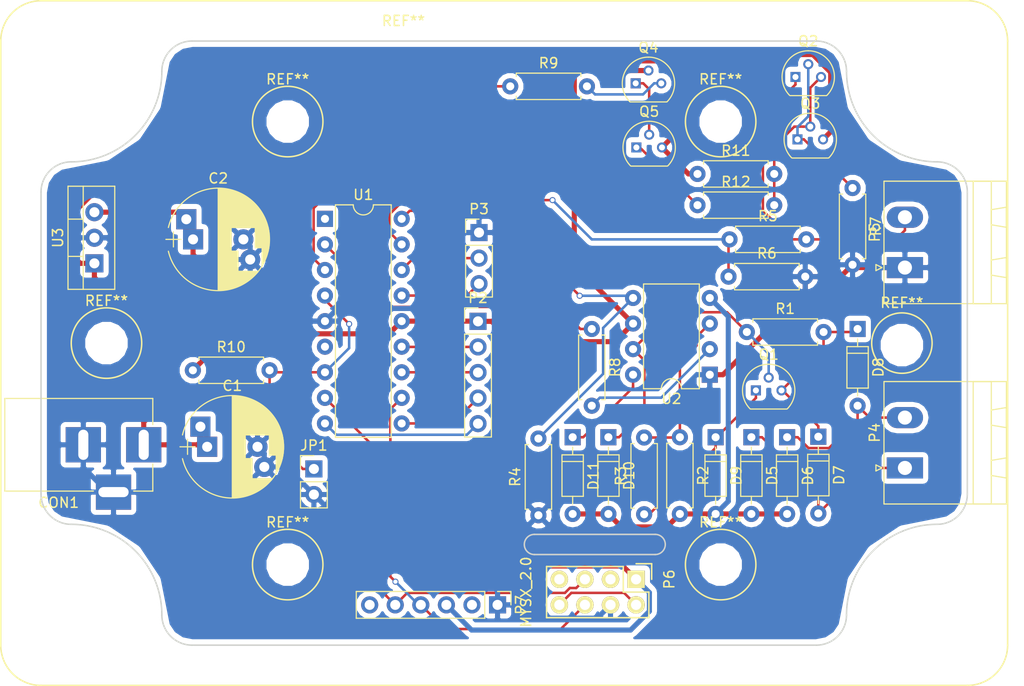
<source format=kicad_pcb>
(kicad_pcb (version 4) (host pcbnew 4.0.5)
  (layers (0 F.Cu signal) (31 B.Cu signal) (34 B.Paste user) (35 F.Paste user) (36 B.SilkS user) (37 F.SilkS user) (38 B.Mask user) (39 F.Mask user) (44 Edge.Cuts user))
  (net 0 "")
  (net 1 GND)
  (net 2 +24V)
  (net 3 "Net-(D5-Pad1)")
  (net 4 GNDA)
  (net 5 "Net-(D6-Pad1)")
  (net 6 "Net-(D7-Pad1)")
  (net 7 "Net-(D9-Pad1)")
  (net 8 "Net-(D10-Pad1)")
  (net 9 "Net-(D11-Pad1)")
  (net 10 "Net-(JP1-Pad1)")
  (net 11 VCC)
  (net 12 "Net-(P2-Pad2)")
  (net 13 "Net-(P2-Pad3)")
  (net 14 "Net-(P2-Pad4)")
  (net 15 "Net-(P2-Pad5)")
  (net 16 "Net-(P3-Pad2)")
  (net 17 "Net-(P3-Pad3)")
  (net 18 "Net-(P6-Pad2)")
  (net 19 "Net-(P6-Pad3)")
  (net 20 RX)
  (net 21 TX)
  (net 22 "Net-(P6-Pad7)")
  (net 23 "Net-(P7-Pad2)")
  (net 24 "Net-(P7-Pad6)")
  (net 25 "Net-(Q2-Pad2)")
  (net 26 "Net-(Q2-Pad3)")
  (net 27 "Net-(P5-Pad2)")
  (net 28 "Net-(Q4-Pad3)")
  (net 29 "Net-(Q4-Pad1)")
  (net 30 "Net-(Q5-Pad1)")
  (net 31 "Net-(R2-Pad1)")
  (net 32 Boiler_ttl_in)
  (net 33 Therm_ttl_in)
  (net 34 Boiler_ttl_out)
  (net 35 "Net-(R8-Pad2)")
  (net 36 Therm_ttl_out)
  (net 37 "Net-(U1-Pad1)")
  (net 38 "Net-(U1-Pad6)")
  (module Mounting_Holes:MountingHole_3.2mm_M3 (layer F.Cu) (at 125.5 80.2)
    (fp_text reference REF** (at 0 -4.2) (layer F.SilkS))
    (fp_text value MountingHole_3.2mm_M3)
    (pad 1 np_thru_hole circle (at 0 0) (size 3.2 3.2) (drill 3.2) (layers *.Cu *.Mask))
  )
  (module Mounting_Holes:MountingHole_3.2mm_M3 (layer F.Cu) (at 107.5 102)
    (fp_text reference REF** (at 0 -4.2) (layer F.SilkS))
    (fp_text value MountingHole_3.2mm_M3)
    (pad 1 np_thru_hole circle (at 0 0) (size 3.2 3.2) (drill 3.2) (layers *.Cu *.Mask))
  )
  (module Mounting_Holes:MountingHole_3.2mm_M3 (layer F.Cu) (at 107.5 58)
    (fp_text reference REF** (at 0 -4.2) (layer F.SilkS))
    (fp_text value MountingHole_3.2mm_M3)
    (pad 1 np_thru_hole circle (at 0 0) (size 3.2 3.2) (drill 3.2) (layers *.Cu *.Mask))
  )
  (module Mounting_Holes:MountingHole_3.2mm_M3 (layer F.Cu) (at 64.5 102)
    (fp_text reference REF** (at 0 -4.2) (layer F.SilkS))
    (fp_text value MountingHole_3.2mm_M3)
    (pad 1 np_thru_hole circle (at 0 0) (size 3.2 3.2) (drill 3.2) (layers *.Cu *.Mask))
  )
  (module Mounting_Holes:MountingHole_3.2mm_M3 (layer F.Cu) (at 64.5 58)
    (fp_text reference REF** (at 0 -4.2) (layer F.SilkS))
    (fp_text value MountingHole_3.2mm_M3)
    (pad 1 np_thru_hole circle (at 0 0) (size 3.2 3.2) (drill 3.2) (layers *.Cu *.Mask))
  )
  (module Diodes_THT:D_DO-35_SOD27_P7.62mm_Horizontal (layer F.Cu) (at 110.55 89.35 270)
    (fp_text reference D5 (at 3.81 -2.06 270) (layer F.SilkS))
    (fp_text value 1N4148)
    (pad 1 thru_hole rect (at 0 0 270) (size 1.6 1.6) (drill 0.8) (layers *.Cu *.Mask) (net 3 "Net-(D5-Pad1)"))
    (pad 2 thru_hole oval (at 7.62 0 270) (size 1.6 1.6) (drill 0.8) (layers *.Cu *.Mask) (net 4 GNDA))
  )
  (module Diodes_THT:D_DO-35_SOD27_P7.62mm_Horizontal (layer F.Cu) (at 114.1 89.35 270)
    (fp_text reference D6 (at 3.81 -2.06 270) (layer F.SilkS))
    (fp_text value 1N4148)
    (pad 1 thru_hole rect (at 0 0 270) (size 1.6 1.6) (drill 0.8) (layers *.Cu *.Mask) (net 5 "Net-(D6-Pad1)"))
    (pad 2 thru_hole oval (at 7.62 0 270) (size 1.6 1.6) (drill 0.8) (layers *.Cu *.Mask) (net 4 GNDA))
  )
  (module Diodes_THT:D_DO-35_SOD27_P7.62mm_Horizontal (layer F.Cu) (at 117.2 89.3 270)
    (fp_text reference D7 (at 3.81 -2.06 270) (layer F.SilkS))
    (fp_text value 1N4148)
    (pad 1 thru_hole rect (at 0 0 270) (size 1.6 1.6) (drill 0.8) (layers *.Cu *.Mask) (net 6 "Net-(D7-Pad1)"))
    (pad 2 thru_hole oval (at 7.62 0 270) (size 1.6 1.6) (drill 0.8) (layers *.Cu *.Mask) (net 3 "Net-(D5-Pad1)"))
  )
  (module Diodes_THT:D_DO-35_SOD27_P7.62mm_Horizontal (layer F.Cu) (at 121.1 78.6 270)
    (fp_text reference D8 (at 3.81 -2.06 270) (layer F.SilkS))
    (fp_text value 1N4148)
    (pad 1 thru_hole rect (at 0 0 270) (size 1.6 1.6) (drill 0.8) (layers *.Cu *.Mask) (net 6 "Net-(D7-Pad1)"))
    (pad 2 thru_hole oval (at 7.62 0 270) (size 1.6 1.6) (drill 0.8) (layers *.Cu *.Mask) (net 5 "Net-(D6-Pad1)"))
  )
  (module Diodes_THT:D_DO-35_SOD27_P7.62mm_Horizontal (layer F.Cu) (at 107 89.35 270)
    (fp_text reference D9 (at 3.81 -2.06 270) (layer F.SilkS))
    (fp_text value 4V7)
    (pad 1 thru_hole rect (at 0 0 270) (size 1.6 1.6) (drill 0.8) (layers *.Cu *.Mask) (net 7 "Net-(D9-Pad1)"))
    (pad 2 thru_hole oval (at 7.62 0 270) (size 1.6 1.6) (drill 0.8) (layers *.Cu *.Mask) (net 4 GNDA))
  )
  (module Diodes_THT:D_DO-35_SOD27_P7.62mm_Horizontal (layer F.Cu) (at 96.35 89.35 270)
    (fp_text reference D10 (at 3.81 -2.06 270) (layer F.SilkS))
    (fp_text value 15V)
    (pad 1 thru_hole rect (at 0 0 270) (size 1.6 1.6) (drill 0.8) (layers *.Cu *.Mask) (net 8 "Net-(D10-Pad1)"))
    (pad 2 thru_hole oval (at 7.62 0 270) (size 1.6 1.6) (drill 0.8) (layers *.Cu *.Mask) (net 4 GNDA))
  )
  (module Diodes_THT:D_DO-35_SOD27_P7.62mm_Horizontal (layer F.Cu) (at 92.8 89.35 270)
    (fp_text reference D11 (at 3.81 -2.06 270) (layer F.SilkS))
    (fp_text value 4V3)
    (pad 1 thru_hole rect (at 0 0 270) (size 1.6 1.6) (drill 0.8) (layers *.Cu *.Mask) (net 9 "Net-(D11-Pad1)"))
    (pad 2 thru_hole oval (at 7.62 0 270) (size 1.6 1.6) (drill 0.8) (layers *.Cu *.Mask) (net 4 GNDA))
  )
  (module Pin_Headers:Pin_Header_Straight_1x05_Pitch2.54mm (layer F.Cu) (at 83.4 77.84)
    (fp_text reference P2 (at 0 -2.33) (layer F.SilkS))
    (fp_text value CONN_01X05)
    (pad 1 thru_hole rect (at 0 0) (size 1.7 1.7) (drill 1) (layers *.Cu *.Mask) (net 11 VCC))
    (pad 2 thru_hole oval (at 0 2.54) (size 1.7 1.7) (drill 1) (layers *.Cu *.Mask) (net 12 "Net-(P2-Pad2)"))
    (pad 3 thru_hole oval (at 0 5.08) (size 1.7 1.7) (drill 1) (layers *.Cu *.Mask) (net 13 "Net-(P2-Pad3)"))
    (pad 4 thru_hole oval (at 0 7.62) (size 1.7 1.7) (drill 1) (layers *.Cu *.Mask) (net 14 "Net-(P2-Pad4)"))
    (pad 5 thru_hole oval (at 0 10.16) (size 1.7 1.7) (drill 1) (layers *.Cu *.Mask) (net 15 "Net-(P2-Pad5)"))
  )
  (module Pin_Headers:Pin_Header_Straight_1x03_Pitch2.54mm (layer F.Cu) (at 83.5 69.02)
    (fp_text reference P3 (at 0 -2.33) (layer F.SilkS))
    (fp_text value CONN_01X03)
    (pad 1 thru_hole rect (at 0 0) (size 1.7 1.7) (drill 1) (layers *.Cu *.Mask) (net 1 GND))
    (pad 2 thru_hole oval (at 0 2.54) (size 1.7 1.7) (drill 1) (layers *.Cu *.Mask) (net 16 "Net-(P3-Pad2)"))
    (pad 3 thru_hole oval (at 0 5.08) (size 1.7 1.7) (drill 1) (layers *.Cu *.Mask) (net 17 "Net-(P3-Pad3)"))
  )
  (module mysensors_connectors:MYSX_2.0 (layer F.Cu) (at 99.1 103.46 270)
    (fp_text reference P6 (at 0 -3.302 270) (layer F.SilkS))
    (fp_text value MYSX_2.0 (at 1.27 10.922 270) (layer F.SilkS))
    (pad 1 thru_hole rect (at 0 0 270) (size 1.7272 1.7272) (drill 1.016) (layers *.Cu *.Mask F.SilkS) (net 11 VCC))
    (pad 2 thru_hole oval (at 2.54 0 270) (size 1.7272 1.7272) (drill 1.016) (layers *.Cu *.Mask F.SilkS) (net 18 "Net-(P6-Pad2)"))
    (pad 3 thru_hole oval (at 0 2.54 270) (size 1.7272 1.7272) (drill 1.016) (layers *.Cu *.Mask F.SilkS) (net 19 "Net-(P6-Pad3)"))
    (pad 4 thru_hole oval (at 2.54 2.54 270) (size 1.7272 1.7272) (drill 1.016) (layers *.Cu *.Mask F.SilkS) (net 1 GND))
    (pad 5 thru_hole oval (at 0 5.08 270) (size 1.7272 1.7272) (drill 1.016) (layers *.Cu *.Mask F.SilkS) (net 20 RX))
    (pad 6 thru_hole oval (at 2.54 5.08 270) (size 1.7272 1.7272) (drill 1.016) (layers *.Cu *.Mask F.SilkS) (net 21 TX))
    (pad 7 thru_hole oval (at 0 7.62 270) (size 1.7272 1.7272) (drill 1.016) (layers *.Cu *.Mask F.SilkS) (net 22 "Net-(P6-Pad7)"))
    (pad 8 thru_hole oval (at 2.54 7.62 270) (size 1.7272 1.7272) (drill 1.016) (layers *.Cu *.Mask F.SilkS) (net 18 "Net-(P6-Pad2)"))
  )
  (module Pin_Headers:Pin_Header_Straight_1x06_Pitch2.54mm (layer F.Cu) (at 85.34 106 270)
    (fp_text reference P7 (at 0 -2.33 270) (layer F.SilkS))
    (fp_text value CONN_01X06)
    (pad 1 thru_hole rect (at 0 0 270) (size 1.7 1.7) (drill 1) (layers *.Cu *.Mask) (net 1 GND))
    (pad 2 thru_hole oval (at 0 2.54 270) (size 1.7 1.7) (drill 1) (layers *.Cu *.Mask) (net 23 "Net-(P7-Pad2)"))
    (pad 3 thru_hole oval (at 0 5.08 270) (size 1.7 1.7) (drill 1) (layers *.Cu *.Mask) (net 11 VCC))
    (pad 4 thru_hole oval (at 0 7.62 270) (size 1.7 1.7) (drill 1) (layers *.Cu *.Mask) (net 21 TX))
    (pad 5 thru_hole oval (at 0 10.16 270) (size 1.7 1.7) (drill 1) (layers *.Cu *.Mask) (net 20 RX))
    (pad 6 thru_hole oval (at 0 12.7 270) (size 1.7 1.7) (drill 1) (layers *.Cu *.Mask) (net 24 "Net-(P7-Pad6)"))
  )
  (module TO_SOT_Packages_THT:TO-92_Molded_Narrow (layer F.Cu) (at 111 84.7)
    (fp_text reference Q1 (at 1.27 -3.56) (layer F.SilkS))
    (fp_text value BC558)
    (pad 2 thru_hole circle (at 1.27 -1.27 90) (size 1 1) (drill 0.6) (layers *.Cu *.Mask) (net 8 "Net-(D10-Pad1)"))
    (pad 3 thru_hole circle (at 2.54 0 90) (size 1 1) (drill 0.6) (layers *.Cu *.Mask) (net 6 "Net-(D7-Pad1)"))
    (pad 1 thru_hole rect (at 0 0 90) (size 1 1) (drill 0.6) (layers *.Cu *.Mask) (net 7 "Net-(D9-Pad1)"))
  )
  (module TO_SOT_Packages_THT:TO-92_Molded_Narrow (layer F.Cu) (at 114.93 53.57)
    (fp_text reference Q2 (at 1.27 -3.56) (layer F.SilkS))
    (fp_text value BC558)
    (pad 2 thru_hole circle (at 1.27 -1.27 90) (size 1 1) (drill 0.6) (layers *.Cu *.Mask) (net 25 "Net-(Q2-Pad2)"))
    (pad 3 thru_hole circle (at 2.54 0 90) (size 1 1) (drill 0.6) (layers *.Cu *.Mask) (net 26 "Net-(Q2-Pad3)"))
    (pad 1 thru_hole rect (at 0 0 90) (size 1 1) (drill 0.6) (layers *.Cu *.Mask) (net 27 "Net-(P5-Pad2)"))
  )
  (module TO_SOT_Packages_THT:TO-92_Molded_Narrow (layer F.Cu) (at 115.13 59.77)
    (fp_text reference Q3 (at 1.27 -3.56) (layer F.SilkS))
    (fp_text value BC558)
    (pad 2 thru_hole circle (at 1.27 -1.27 90) (size 1 1) (drill 0.6) (layers *.Cu *.Mask) (net 26 "Net-(Q2-Pad3)"))
    (pad 3 thru_hole circle (at 2.54 0 90) (size 1 1) (drill 0.6) (layers *.Cu *.Mask) (net 2 +24V))
    (pad 1 thru_hole rect (at 0 0 90) (size 1 1) (drill 0.6) (layers *.Cu *.Mask) (net 25 "Net-(Q2-Pad2)"))
  )
  (module TO_SOT_Packages_THT:TO-92_Molded_Narrow (layer F.Cu) (at 99.06 54.2)
    (fp_text reference Q4 (at 1.27 -3.56) (layer F.SilkS))
    (fp_text value BC547)
    (pad 2 thru_hole circle (at 1.27 -1.27 90) (size 1 1) (drill 0.6) (layers *.Cu *.Mask) (net 11 VCC))
    (pad 3 thru_hole circle (at 2.54 0 90) (size 1 1) (drill 0.6) (layers *.Cu *.Mask) (net 28 "Net-(Q4-Pad3)"))
    (pad 1 thru_hole rect (at 0 0 90) (size 1 1) (drill 0.6) (layers *.Cu *.Mask) (net 29 "Net-(Q4-Pad1)"))
  )
  (module TO_SOT_Packages_THT:TO-92_Molded_Narrow (layer F.Cu) (at 99.13 60.57)
    (fp_text reference Q5 (at 1.27 -3.56) (layer F.SilkS))
    (fp_text value BC558)
    (pad 2 thru_hole circle (at 1.27 -1.27 90) (size 1 1) (drill 0.6) (layers *.Cu *.Mask) (net 29 "Net-(Q4-Pad1)"))
    (pad 3 thru_hole circle (at 2.54 0 90) (size 1 1) (drill 0.6) (layers *.Cu *.Mask) (net 2 +24V))
    (pad 1 thru_hole rect (at 0 0 90) (size 1 1) (drill 0.6) (layers *.Cu *.Mask) (net 30 "Net-(Q5-Pad1)"))
  )
  (module Resistors_THT:R_Axial_DIN0207_L6.3mm_D2.5mm_P7.62mm_Horizontal (layer F.Cu) (at 110.1 78.9)
    (fp_text reference R1 (at 3.81 -2.31) (layer F.SilkS))
    (fp_text value 330)
    (pad 1 thru_hole circle (at 0 0) (size 1.6 1.6) (drill 0.8) (layers *.Cu *.Mask) (net 8 "Net-(D10-Pad1)"))
    (pad 2 thru_hole oval (at 7.62 0) (size 1.6 1.6) (drill 0.8) (layers *.Cu *.Mask) (net 6 "Net-(D7-Pad1)"))
  )
  (module Resistors_THT:R_Axial_DIN0207_L6.3mm_D2.5mm_P7.62mm_Horizontal (layer F.Cu) (at 103.45 89.35 270)
    (fp_text reference R2 (at 3.81 -2.31 270) (layer F.SilkS))
    (fp_text value 100)
    (pad 1 thru_hole circle (at 0 0 270) (size 1.6 1.6) (drill 0.8) (layers *.Cu *.Mask) (net 31 "Net-(R2-Pad1)"))
    (pad 2 thru_hole oval (at 7.62 0 270) (size 1.6 1.6) (drill 0.8) (layers *.Cu *.Mask) (net 4 GNDA))
  )
  (module Resistors_THT:R_Axial_DIN0207_L6.3mm_D2.5mm_P7.62mm_Horizontal (layer F.Cu) (at 99.9 97 90)
    (fp_text reference R3 (at 3.81 -2.31 90) (layer F.SilkS))
    (fp_text value 220)
    (pad 1 thru_hole circle (at 0 0 90) (size 1.6 1.6) (drill 0.8) (layers *.Cu *.Mask) (net 7 "Net-(D9-Pad1)"))
    (pad 2 thru_hole oval (at 7.62 0 90) (size 1.6 1.6) (drill 0.8) (layers *.Cu *.Mask) (net 31 "Net-(R2-Pad1)"))
  )
  (module Resistors_THT:R_Axial_DIN0207_L6.3mm_D2.5mm_P7.62mm_Horizontal (layer F.Cu) (at 89.4 97.1 90)
    (fp_text reference R4 (at 3.81 -2.31 90) (layer F.SilkS))
    (fp_text value 330)
    (pad 1 thru_hole circle (at 0 0 90) (size 1.6 1.6) (drill 0.8) (layers *.Cu *.Mask) (net 1 GND))
    (pad 2 thru_hole oval (at 7.62 0 90) (size 1.6 1.6) (drill 0.8) (layers *.Cu *.Mask) (net 32 Boiler_ttl_in))
  )
  (module Resistors_THT:R_Axial_DIN0207_L6.3mm_D2.5mm_P7.62mm_Horizontal (layer F.Cu) (at 108.38 69.7)
    (fp_text reference R5 (at 3.81 -2.31) (layer F.SilkS))
    (fp_text value 33k)
    (pad 1 thru_hole circle (at 0 0) (size 1.6 1.6) (drill 0.8) (layers *.Cu *.Mask) (net 33 Therm_ttl_in))
    (pad 2 thru_hole oval (at 7.62 0) (size 1.6 1.6) (drill 0.8) (layers *.Cu *.Mask) (net 27 "Net-(P5-Pad2)"))
  )
  (module Resistors_THT:R_Axial_DIN0207_L6.3mm_D2.5mm_P7.62mm_Horizontal (layer F.Cu) (at 108.28 73.4)
    (fp_text reference R6 (at 3.81 -2.31) (layer F.SilkS))
    (fp_text value 4k7)
    (pad 1 thru_hole circle (at 0 0) (size 1.6 1.6) (drill 0.8) (layers *.Cu *.Mask) (net 33 Therm_ttl_in))
    (pad 2 thru_hole oval (at 7.62 0) (size 1.6 1.6) (drill 0.8) (layers *.Cu *.Mask) (net 1 GND))
  )
  (module Resistors_THT:R_Axial_DIN0207_L6.3mm_D2.5mm_P7.62mm_Horizontal (layer F.Cu) (at 120.6 64.6 270)
    (fp_text reference R7 (at 3.81 -2.31 270) (layer F.SilkS))
    (fp_text value 33k)
    (pad 1 thru_hole circle (at 0 0 270) (size 1.6 1.6) (drill 0.8) (layers *.Cu *.Mask) (net 25 "Net-(Q2-Pad2)"))
    (pad 2 thru_hole oval (at 7.62 0 270) (size 1.6 1.6) (drill 0.8) (layers *.Cu *.Mask) (net 1 GND))
  )
  (module Resistors_THT:R_Axial_DIN0207_L6.3mm_D2.5mm_P7.62mm_Horizontal (layer F.Cu) (at 94.7 78.6 270)
    (fp_text reference R8 (at 3.81 -2.31 270) (layer F.SilkS))
    (fp_text value 1k5)
    (pad 1 thru_hole circle (at 0 0 270) (size 1.6 1.6) (drill 0.8) (layers *.Cu *.Mask) (net 34 Boiler_ttl_out))
    (pad 2 thru_hole oval (at 7.62 0 270) (size 1.6 1.6) (drill 0.8) (layers *.Cu *.Mask) (net 35 "Net-(R8-Pad2)"))
  )
  (module Resistors_THT:R_Axial_DIN0207_L6.3mm_D2.5mm_P7.62mm_Horizontal (layer F.Cu) (at 86.6 54.5)
    (fp_text reference R9 (at 3.81 -2.31) (layer F.SilkS))
    (fp_text value 4k7)
    (pad 1 thru_hole circle (at 0 0) (size 1.6 1.6) (drill 0.8) (layers *.Cu *.Mask) (net 36 Therm_ttl_out))
    (pad 2 thru_hole oval (at 7.62 0) (size 1.6 1.6) (drill 0.8) (layers *.Cu *.Mask) (net 28 "Net-(Q4-Pad3)"))
  )
  (module Resistors_THT:R_Axial_DIN0207_L6.3mm_D2.5mm_P7.62mm_Horizontal (layer F.Cu) (at 55.08 82.7)
    (fp_text reference R10 (at 3.81 -2.31) (layer F.SilkS))
    (fp_text value 15k)
    (pad 1 thru_hole circle (at 0 0) (size 1.6 1.6) (drill 0.8) (layers *.Cu *.Mask) (net 11 VCC))
    (pad 2 thru_hole oval (at 7.62 0) (size 1.6 1.6) (drill 0.8) (layers *.Cu *.Mask) (net 10 "Net-(JP1-Pad1)"))
  )
  (module Resistors_THT:R_Axial_DIN0207_L6.3mm_D2.5mm_P7.62mm_Horizontal (layer F.Cu) (at 105.2 63.2)
    (fp_text reference R11 (at 3.81 -2.31) (layer F.SilkS))
    (fp_text value 100)
    (pad 1 thru_hole circle (at 0 0) (size 1.6 1.6) (drill 0.8) (layers *.Cu *.Mask) (net 2 +24V))
    (pad 2 thru_hole oval (at 7.62 0) (size 1.6 1.6) (drill 0.8) (layers *.Cu *.Mask) (net 26 "Net-(Q2-Pad3)"))
  )
  (module Resistors_THT:R_Axial_DIN0207_L6.3mm_D2.5mm_P7.62mm_Horizontal (layer F.Cu) (at 105.2 66.3)
    (fp_text reference R12 (at 3.81 -2.31) (layer F.SilkS))
    (fp_text value 39)
    (pad 1 thru_hole circle (at 0 0) (size 1.6 1.6) (drill 0.8) (layers *.Cu *.Mask) (net 30 "Net-(Q5-Pad1)"))
    (pad 2 thru_hole oval (at 7.62 0) (size 1.6 1.6) (drill 0.8) (layers *.Cu *.Mask) (net 26 "Net-(Q2-Pad3)"))
  )
  (module Housings_DIP:DIP-18_W7.62mm (layer F.Cu) (at 68.2 67.66)
    (fp_text reference U1 (at 3.81 -2.39) (layer F.SilkS))
    (fp_text value "PIC16(L)F88-I/P")
    (pad 1 thru_hole rect (at 0 0) (size 1.6 1.6) (drill 0.8) (layers *.Cu *.Mask) (net 37 "Net-(U1-Pad1)"))
    (pad 10 thru_hole oval (at 7.62 20.32) (size 1.6 1.6) (drill 0.8) (layers *.Cu *.Mask) (net 14 "Net-(P2-Pad4)"))
    (pad 2 thru_hole oval (at 0 2.54) (size 1.6 1.6) (drill 0.8) (layers *.Cu *.Mask) (net 34 Boiler_ttl_out))
    (pad 11 thru_hole oval (at 7.62 17.78) (size 1.6 1.6) (drill 0.8) (layers *.Cu *.Mask) (net 21 TX))
    (pad 3 thru_hole oval (at 0 5.08) (size 1.6 1.6) (drill 0.8) (layers *.Cu *.Mask) (net 36 Therm_ttl_out))
    (pad 12 thru_hole oval (at 7.62 15.24) (size 1.6 1.6) (drill 0.8) (layers *.Cu *.Mask) (net 13 "Net-(P2-Pad3)"))
    (pad 4 thru_hole oval (at 0 7.62) (size 1.6 1.6) (drill 0.8) (layers *.Cu *.Mask) (net 10 "Net-(JP1-Pad1)"))
    (pad 13 thru_hole oval (at 7.62 12.7) (size 1.6 1.6) (drill 0.8) (layers *.Cu *.Mask) (net 12 "Net-(P2-Pad2)"))
    (pad 5 thru_hole oval (at 0 10.16) (size 1.6 1.6) (drill 0.8) (layers *.Cu *.Mask) (net 1 GND))
    (pad 14 thru_hole oval (at 7.62 10.16) (size 1.6 1.6) (drill 0.8) (layers *.Cu *.Mask) (net 11 VCC))
    (pad 6 thru_hole oval (at 0 12.7) (size 1.6 1.6) (drill 0.8) (layers *.Cu *.Mask) (net 38 "Net-(U1-Pad6)"))
    (pad 15 thru_hole oval (at 7.62 7.62) (size 1.6 1.6) (drill 0.8) (layers *.Cu *.Mask) (net 17 "Net-(P3-Pad3)"))
    (pad 7 thru_hole oval (at 0 15.24) (size 1.6 1.6) (drill 0.8) (layers *.Cu *.Mask) (net 10 "Net-(JP1-Pad1)"))
    (pad 16 thru_hole oval (at 7.62 5.08) (size 1.6 1.6) (drill 0.8) (layers *.Cu *.Mask) (net 16 "Net-(P3-Pad2)"))
    (pad 8 thru_hole oval (at 0 17.78) (size 1.6 1.6) (drill 0.8) (layers *.Cu *.Mask) (net 20 RX))
    (pad 17 thru_hole oval (at 7.62 2.54) (size 1.6 1.6) (drill 0.8) (layers *.Cu *.Mask) (net 33 Therm_ttl_in))
    (pad 9 thru_hole oval (at 0 20.32) (size 1.6 1.6) (drill 0.8) (layers *.Cu *.Mask) (net 15 "Net-(P2-Pad5)"))
    (pad 18 thru_hole oval (at 7.62 0) (size 1.6 1.6) (drill 0.8) (layers *.Cu *.Mask) (net 32 Boiler_ttl_in))
  )
  (module Housings_DIP:DIP-8_W7.62mm (layer F.Cu) (at 106.42 83.14 180)
    (fp_text reference U2 (at 3.81 -2.39 180) (layer F.SilkS))
    (fp_text value PC827)
    (pad 1 thru_hole rect (at 0 0 180) (size 1.6 1.6) (drill 0.8) (layers *.Cu *.Mask) (net 1 GND))
    (pad 5 thru_hole oval (at 7.62 7.62 180) (size 1.6 1.6) (drill 0.8) (layers *.Cu *.Mask) (net 32 Boiler_ttl_in))
    (pad 2 thru_hole oval (at 0 2.54 180) (size 1.6 1.6) (drill 0.8) (layers *.Cu *.Mask) (net 35 "Net-(R8-Pad2)"))
    (pad 6 thru_hole oval (at 7.62 5.08 180) (size 1.6 1.6) (drill 0.8) (layers *.Cu *.Mask) (net 11 VCC))
    (pad 3 thru_hole oval (at 0 5.08 180) (size 1.6 1.6) (drill 0.8) (layers *.Cu *.Mask) (net 31 "Net-(R2-Pad1)"))
    (pad 7 thru_hole oval (at 7.62 2.54 180) (size 1.6 1.6) (drill 0.8) (layers *.Cu *.Mask) (net 8 "Net-(D10-Pad1)"))
    (pad 4 thru_hole oval (at 0 7.62 180) (size 1.6 1.6) (drill 0.8) (layers *.Cu *.Mask) (net 4 GNDA))
    (pad 8 thru_hole oval (at 7.62 0 180) (size 1.6 1.6) (drill 0.8) (layers *.Cu *.Mask) (net 9 "Net-(D11-Pad1)"))
  )
  (module TO_SOT_Packages_THT:TO-220_Vertical (layer F.Cu) (at 45.3 72.08 90)
    (fp_text reference U3 (at 2.54 -3.62 90) (layer F.SilkS))
    (fp_text value 7805)
    (pad 1 thru_hole rect (at 0 0 90) (size 1.8 1.8) (drill 1) (layers *.Cu *.Mask) (net 2 +24V))
    (pad 2 thru_hole oval (at 2.54 0 90) (size 1.8 1.8) (drill 1) (layers *.Cu *.Mask) (net 1 GND))
    (pad 3 thru_hole oval (at 5.08 0 90) (size 1.8 1.8) (drill 1) (layers *.Cu *.Mask) (net 11 VCC))
  )
  (module Capacitors_THT:CP_Radial_D10.0mm_P5.00mm_P7.50mm (layer F.Cu) (at 56.5 90.3)
    (fp_text reference C1 (at 2.5 -6.06) (layer F.SilkS))
    (fp_text value 220u)
    (pad 1 thru_hole rect (at 0 0) (size 2 2) (drill 1) (layers *.Cu *.Mask) (net 2 +24V))
    (pad 2 thru_hole circle (at 5 0) (size 2 2) (drill 1) (layers *.Cu *.Mask) (net 1 GND))
    (pad 1 thru_hole rect (at -0.672144 -2) (size 2 2) (drill 1) (layers *.Cu *.Mask) (net 2 +24V))
    (pad 2 thru_hole circle (at 5.672144 2) (size 2 2) (drill 1) (layers *.Cu *.Mask) (net 1 GND))
  )
  (module Capacitors_THT:CP_Radial_D10.0mm_P5.00mm_P7.50mm (layer F.Cu) (at 55.1 69.7)
    (fp_text reference C2 (at 2.5 -6.06) (layer F.SilkS))
    (fp_text value 100u)
    (pad 1 thru_hole rect (at 0 0) (size 2 2) (drill 1) (layers *.Cu *.Mask) (net 11 VCC))
    (pad 2 thru_hole circle (at 5 0) (size 2 2) (drill 1) (layers *.Cu *.Mask) (net 1 GND))
    (pad 1 thru_hole rect (at -0.672144 -2) (size 2 2) (drill 1) (layers *.Cu *.Mask) (net 11 VCC))
    (pad 2 thru_hole circle (at 5.672144 2) (size 2 2) (drill 1) (layers *.Cu *.Mask) (net 1 GND))
  )
  (module Connectors:BARREL_JACK (layer F.Cu) (at 50.2 90.1)
    (fp_text reference CON1 (at -8.45 5.75 180) (layer F.SilkS))
    (fp_text value BARREL_JACK)
    (pad 1 thru_hole rect (at 0 0) (size 3.5 3.5) (drill oval 1 3) (layers *.Cu *.Mask) (net 2 +24V))
    (pad 2 thru_hole rect (at -6 0) (size 3.5 3.5) (drill oval 1 3) (layers *.Cu *.Mask) (net 1 GND))
    (pad 3 thru_hole rect (at -3 4.7) (size 3.5 3.5) (drill oval 3 1) (layers *.Cu *.Mask) (net 1 GND))
  )
  (module Connectors_Phoenix:PhoenixContact_MSTBA-G_02x5.00mm_Angled (layer F.Cu) (at 125.8 92.4 90)
    (fp_text reference P4 (at 3.5 -3 90) (layer F.SilkS))
    (fp_text value CONN_01X02)
    (pad 1 thru_hole rect (at 0 0 90) (size 2.1 3.6) (drill 1.4) (layers *.Cu *.Mask) (net 3 "Net-(D5-Pad1)"))
    (pad 2 thru_hole oval (at 5 0 90) (size 2.1 3.6) (drill 1.4) (layers *.Cu *.Mask) (net 5 "Net-(D6-Pad1)"))
  )
  (module Connectors_Phoenix:PhoenixContact_MSTBA-G_02x5.00mm_Angled (layer F.Cu) (at 125.8 72.5 90)
    (fp_text reference P5 (at 3.5 -3 90) (layer F.SilkS))
    (fp_text value CONN_01X02)
    (pad 1 thru_hole rect (at 0 0 90) (size 2.1 3.6) (drill 1.4) (layers *.Cu *.Mask) (net 1 GND))
    (pad 2 thru_hole oval (at 5 0 90) (size 2.1 3.6) (drill 1.4) (layers *.Cu *.Mask) (net 27 "Net-(P5-Pad2)"))
  )
  (module Other:Ebay_enclosure_100x68 (layer F.Cu) (at 39 49)
    (fp_text reference REF** (at 37 -1) (layer F.SilkS))
    (fp_text value Ebay_enclosure_100x68)
    (fp_line (start 1 16) (end 1 46) (layer Edge.Cuts) (width 0.15))
    (fp_line (start 93 16) (end 93 46) (layer Edge.Cuts) (width 0.15))
    (fp_arc (start 90 46) (end 93 46) (angle 90) (layer Edge.Cuts) (width 0.15))
    (fp_arc (start 90 58) (end 81 58) (angle 90) (layer Edge.Cuts) (width 0.15))
    (fp_arc (start 16 58) (end 16 61) (angle 90) (layer Edge.Cuts) (width 0.15))
    (fp_arc (start 4 46) (end 4 49) (angle 90) (layer Edge.Cuts) (width 0.15))
    (fp_arc (start 4 58) (end 4 49) (angle 90) (layer Edge.Cuts) (width 0.15))
    (fp_line (start 78 61) (end 16 61) (layer Edge.Cuts) (width 0.15))
    (fp_arc (start 78 58) (end 81 58) (angle 90) (layer Edge.Cuts) (width 0.15))
    (fp_arc (start 16 4) (end 13 4) (angle 90) (layer Edge.Cuts) (width 0.15))
    (fp_line (start 16 1) (end 78 1) (layer Edge.Cuts) (width 0.15))
    (fp_arc (start 90 4) (end 90 13) (angle 90) (layer Edge.Cuts) (width 0.15))
    (fp_arc (start 90 16) (end 90 13) (angle 90) (layer Edge.Cuts) (width 0.15))
    (fp_arc (start 78 4) (end 78 1) (angle 90) (layer Edge.Cuts) (width 0.15))
    (fp_arc (start 4 4) (end 13 4) (angle 90) (layer Edge.Cuts) (width 0.15))
    (fp_arc (start 4 16) (end 1 16) (angle 90) (layer Edge.Cuts) (width 0.15))
  )
  (module Pin_Headers:Pin_Header_Straight_1x02_Pitch2.54mm (layer F.Cu) (at 67.1 92.5)
    (fp_text reference JP1 (at 0 -2.33) (layer F.SilkS))
    (fp_text value Jumper)
    (pad 1 thru_hole rect (at 0 0) (size 1.7 1.7) (drill 1) (layers *.Cu *.Mask) (net 10 "Net-(JP1-Pad1)"))
    (pad 2 thru_hole oval (at 0 2.54) (size 1.7 1.7) (drill 1) (layers *.Cu *.Mask) (net 1 GND))
  )
  (module Mounting_Holes:MountingHole_3.2mm_M3 (layer F.Cu) (at 46.5 80)
    (fp_text reference REF** (at 0 -4.2) (layer F.SilkS))
    (fp_text value MountingHole_3.2mm_M3)
    (pad 1 np_thru_hole circle (at 0 0) (size 3.2 3.2) (drill 3.2) (layers *.Cu *.Mask))
  )
  (gr_line (start 101 101) (end 89 101) (layer Edge.Cuts) (width 0.15))
  (gr_line (start 89 99) (end 101 99) (layer Edge.Cuts) (width 0.15))
  (gr_arc (start 101 100) (end 101 99) (angle 180) (layer Edge.Cuts) (width 0.15))
  (gr_arc (start 89 100) (end 89 101) (angle 180) (layer Edge.Cuts) (width 0.15))
  (segment (start 106.42 83.14) (end 106.42 84.448) (width 0.508) (layer B.Cu) (net 1))
  (segment (start 101.157201 89.710799) (end 101.157201 89.983457) (width 0.508) (layer B.Cu) (net 1))
  (segment (start 106.42 84.448) (end 101.157201 89.710799) (width 0.508) (layer B.Cu) (net 1))
  (segment (start 101.157201 89.983457) (end 95.427859 95.712799) (width 0.508) (layer B.Cu) (net 1))
  (segment (start 95.427859 95.712799) (end 90.787201 95.712799) (width 0.508) (layer B.Cu) (net 1))
  (segment (start 90.199999 96.300001) (end 89.4 97.1) (width 0.508) (layer B.Cu) (net 1))
  (segment (start 90.787201 95.712799) (end 90.199999 96.300001) (width 0.508) (layer B.Cu) (net 1))
  (segment (start 77.437201 76.562799) (end 77.437201 73.724799) (width 0.508) (layer B.Cu) (net 1))
  (segment (start 77.437201 73.724799) (end 82.142 69.02) (width 0.508) (layer B.Cu) (net 1))
  (segment (start 82.142 69.02) (end 83.5 69.02) (width 0.508) (layer B.Cu) (net 1))
  (segment (start 68.2 77.82) (end 69.457201 76.562799) (width 0.508) (layer B.Cu) (net 1))
  (segment (start 69.457201 76.562799) (end 77.437201 76.562799) (width 0.508) (layer B.Cu) (net 1))
  (segment (start 47.2 94.8) (end 59.672144 94.8) (width 0.508) (layer B.Cu) (net 1))
  (segment (start 59.672144 94.8) (end 62.172144 92.3) (width 0.508) (layer B.Cu) (net 1))
  (segment (start 44.2 90.1) (end 44.2 92.358) (width 0.508) (layer B.Cu) (net 1))
  (segment (start 44.2 92.358) (end 46.642 94.8) (width 0.508) (layer B.Cu) (net 1))
  (segment (start 46.642 94.8) (end 47.2 94.8) (width 0.508) (layer B.Cu) (net 1))
  (segment (start 60.772144 88.157931) (end 60.772144 77.8) (width 0.508) (layer B.Cu) (net 1))
  (segment (start 68.2 77.82) (end 60.792144 77.82) (width 0.508) (layer B.Cu) (net 1))
  (segment (start 60.772144 77.8) (end 60.772144 73.114213) (width 0.508) (layer B.Cu) (net 1))
  (segment (start 60.792144 77.82) (end 60.772144 77.8) (width 0.508) (layer B.Cu) (net 1))
  (segment (start 60.772144 71.7) (end 60.772144 70.372144) (width 0.508) (layer B.Cu) (net 1))
  (segment (start 60.772144 70.372144) (end 60.1 69.7) (width 0.508) (layer B.Cu) (net 1))
  (segment (start 45.3 69.54) (end 46.572792 69.54) (width 0.508) (layer B.Cu) (net 1))
  (segment (start 59.357931 71.7) (end 60.772144 71.7) (width 0.508) (layer B.Cu) (net 1))
  (segment (start 46.572792 69.54) (end 48.732792 71.7) (width 0.508) (layer B.Cu) (net 1))
  (segment (start 48.732792 71.7) (end 59.357931 71.7) (width 0.508) (layer B.Cu) (net 1))
  (segment (start 61.5 90.3) (end 61.5 88.885787) (width 0.508) (layer B.Cu) (net 1))
  (segment (start 61.5 88.885787) (end 60.772144 88.157931) (width 0.508) (layer B.Cu) (net 1))
  (segment (start 60.772144 73.114213) (end 60.772144 71.7) (width 0.508) (layer B.Cu) (net 1))
  (segment (start 85.34 101.16) (end 73.22 101.16) (width 0.508) (layer B.Cu) (net 1))
  (segment (start 73.22 101.16) (end 67.1 95.04) (width 0.508) (layer B.Cu) (net 1))
  (segment (start 62.172144 92.3) (end 64.36 92.3) (width 0.508) (layer B.Cu) (net 1))
  (segment (start 64.36 92.3) (end 67.1 95.04) (width 0.508) (layer B.Cu) (net 1))
  (segment (start 62.172144 92.3) (end 62.172144 90.972144) (width 0.508) (layer B.Cu) (net 1))
  (segment (start 62.172144 90.972144) (end 61.5 90.3) (width 0.508) (layer B.Cu) (net 1))
  (segment (start 85.34 106) (end 85.34 101.16) (width 0.508) (layer B.Cu) (net 1))
  (segment (start 85.34 101.16) (end 89.4 97.1) (width 0.508) (layer B.Cu) (net 1))
  (segment (start 96.56 106) (end 95.239199 107.320801) (width 0.508) (layer B.Cu) (net 1))
  (segment (start 95.239199 107.320801) (end 88.018801 107.320801) (width 0.508) (layer B.Cu) (net 1))
  (segment (start 88.018801 107.320801) (end 86.698 106) (width 0.508) (layer B.Cu) (net 1))
  (segment (start 86.698 106) (end 85.34 106) (width 0.508) (layer B.Cu) (net 1))
  (segment (start 115.9 73.4) (end 115.9 74.968) (width 0.508) (layer F.Cu) (net 1))
  (segment (start 115.9 74.968) (end 107.728 83.14) (width 0.508) (layer F.Cu) (net 1))
  (segment (start 107.728 83.14) (end 106.42 83.14) (width 0.508) (layer F.Cu) (net 1))
  (segment (start 120.6 72.22) (end 119.42 73.4) (width 0.508) (layer F.Cu) (net 1))
  (segment (start 119.42 73.4) (end 115.9 73.4) (width 0.508) (layer F.Cu) (net 1))
  (segment (start 125.8 72.5) (end 120.88 72.5) (width 0.508) (layer F.Cu) (net 1))
  (segment (start 120.88 72.5) (end 120.6 72.22) (width 0.508) (layer F.Cu) (net 1))
  (segment (start 117.67 59.77) (end 118.427201 59.012799) (width 0.508) (layer F.Cu) (net 2))
  (segment (start 118.427201 59.012799) (end 118.427201 53.110543) (width 0.508) (layer F.Cu) (net 2))
  (segment (start 118.427201 53.110543) (end 116.659457 51.342799) (width 0.508) (layer F.Cu) (net 2))
  (segment (start 116.659457 51.342799) (end 103.102799 51.342799) (width 0.508) (layer F.Cu) (net 2))
  (segment (start 103.102799 51.342799) (end 102.472799 51.972799) (width 0.508) (layer F.Cu) (net 2))
  (segment (start 105.2 63.2) (end 104.3 63.2) (width 0.508) (layer F.Cu) (net 2))
  (segment (start 104.3 63.2) (end 101.67 60.57) (width 0.508) (layer F.Cu) (net 2))
  (segment (start 45.3 72.08) (end 43.892 72.08) (width 0.508) (layer F.Cu) (net 2))
  (segment (start 43.892 72.08) (end 42.8 70.988) (width 0.508) (layer F.Cu) (net 2))
  (segment (start 42.8 70.988) (end 42.8 67.491342) (width 0.508) (layer F.Cu) (net 2))
  (segment (start 42.8 67.491342) (end 58.318543 51.972799) (width 0.508) (layer F.Cu) (net 2))
  (segment (start 58.318543 51.972799) (end 102.472799 51.972799) (width 0.508) (layer F.Cu) (net 2))
  (segment (start 102.472799 51.972799) (end 103.7 53.2) (width 0.508) (layer F.Cu) (net 2))
  (segment (start 103.7 53.2) (end 103.7 58.54) (width 0.508) (layer F.Cu) (net 2))
  (segment (start 103.7 58.54) (end 101.67 60.57) (width 0.508) (layer F.Cu) (net 2))
  (segment (start 55.827856 88.3) (end 55.827856 89.808) (width 0.508) (layer F.Cu) (net 2))
  (segment (start 55.827856 89.808) (end 55.535856 90.1) (width 0.508) (layer F.Cu) (net 2))
  (segment (start 55.535856 90.1) (end 52.458 90.1) (width 0.508) (layer F.Cu) (net 2))
  (segment (start 52.458 90.1) (end 50.2 90.1) (width 0.508) (layer F.Cu) (net 2))
  (segment (start 56.5 90.3) (end 56.5 88.972144) (width 0.508) (layer F.Cu) (net 2))
  (segment (start 56.5 88.972144) (end 55.827856 88.3) (width 0.508) (layer F.Cu) (net 2))
  (segment (start 50.8 87.242) (end 50.8 78.988) (width 0.508) (layer F.Cu) (net 2))
  (segment (start 50.8 78.988) (end 45.3 73.488) (width 0.508) (layer F.Cu) (net 2))
  (segment (start 45.3 73.488) (end 45.3 72.08) (width 0.508) (layer F.Cu) (net 2))
  (segment (start 50.2 90.1) (end 50.2 87.842) (width 0.508) (layer F.Cu) (net 2))
  (segment (start 50.2 87.842) (end 50.8 87.242) (width 0.508) (layer F.Cu) (net 2))
  (segment (start 117.2 96.92) (end 121.72 92.4) (width 0.25) (layer F.Cu) (net 3))
  (segment (start 121.72 92.4) (end 125.8 92.4) (width 0.25) (layer F.Cu) (net 3))
  (segment (start 110.55 89.35) (end 111.6 89.35) (width 0.25) (layer F.Cu) (net 3))
  (segment (start 111.6 89.35) (end 117.2 94.95) (width 0.25) (layer F.Cu) (net 3))
  (segment (start 117.2 94.95) (end 117.2 95.78863) (width 0.25) (layer F.Cu) (net 3))
  (segment (start 117.2 95.78863) (end 117.2 96.92) (width 0.25) (layer F.Cu) (net 3))
  (segment (start 106.42 75.52) (end 108.257201 77.357201) (width 0.508) (layer B.Cu) (net 4))
  (segment (start 108.257201 77.357201) (end 108.257201 95.712799) (width 0.508) (layer B.Cu) (net 4))
  (segment (start 108.257201 95.712799) (end 107.799999 96.170001) (width 0.508) (layer B.Cu) (net 4))
  (segment (start 107.799999 96.170001) (end 107 96.97) (width 0.508) (layer B.Cu) (net 4))
  (segment (start 96.35 96.97) (end 92.8 96.97) (width 0.508) (layer F.Cu) (net 4))
  (segment (start 103.45 96.97) (end 102.162799 98.257201) (width 0.508) (layer F.Cu) (net 4))
  (segment (start 102.162799 98.257201) (end 97.637201 98.257201) (width 0.508) (layer F.Cu) (net 4))
  (segment (start 97.637201 98.257201) (end 97.149999 97.769999) (width 0.508) (layer F.Cu) (net 4))
  (segment (start 97.149999 97.769999) (end 96.35 96.97) (width 0.508) (layer F.Cu) (net 4))
  (segment (start 107 96.97) (end 103.45 96.97) (width 0.508) (layer F.Cu) (net 4))
  (segment (start 110.55 96.97) (end 107 96.97) (width 0.508) (layer F.Cu) (net 4))
  (segment (start 114.1 96.97) (end 110.55 96.97) (width 0.508) (layer F.Cu) (net 4))
  (segment (start 121.1 86.22) (end 121.1 87.585002) (width 0.25) (layer F.Cu) (net 5))
  (segment (start 121.1 87.585002) (end 118.260001 90.425001) (width 0.25) (layer F.Cu) (net 5))
  (segment (start 118.260001 90.425001) (end 116.225001 90.425001) (width 0.25) (layer F.Cu) (net 5))
  (segment (start 116.225001 90.425001) (end 115.15 89.35) (width 0.25) (layer F.Cu) (net 5))
  (segment (start 115.15 89.35) (end 114.1 89.35) (width 0.25) (layer F.Cu) (net 5))
  (segment (start 122.28 87.4) (end 121.1 86.22) (width 0.25) (layer F.Cu) (net 5))
  (segment (start 125.8 87.4) (end 122.28 87.4) (width 0.25) (layer F.Cu) (net 5))
  (segment (start 117.2 89.3) (end 117.2 88.25) (width 0.25) (layer F.Cu) (net 6))
  (segment (start 117.2 88.25) (end 113.65 84.7) (width 0.25) (layer F.Cu) (net 6))
  (segment (start 113.65 84.7) (end 113.54 84.7) (width 0.25) (layer F.Cu) (net 6))
  (segment (start 117.72 78.9) (end 117.72 80.52) (width 0.25) (layer F.Cu) (net 6))
  (segment (start 117.72 80.52) (end 113.54 84.7) (width 0.25) (layer F.Cu) (net 6))
  (segment (start 117.72 78.9) (end 120.8 78.9) (width 0.25) (layer F.Cu) (net 6))
  (segment (start 120.8 78.9) (end 121.1 78.6) (width 0.25) (layer F.Cu) (net 6))
  (segment (start 107 89.35) (end 107 90.4) (width 0.25) (layer F.Cu) (net 7))
  (segment (start 107 90.4) (end 100.4 97) (width 0.25) (layer F.Cu) (net 7))
  (segment (start 100.4 97) (end 99.9 97) (width 0.25) (layer F.Cu) (net 7))
  (segment (start 111 84.7) (end 111 85.45) (width 0.25) (layer F.Cu) (net 7))
  (segment (start 111 85.45) (end 107.1 89.35) (width 0.25) (layer F.Cu) (net 7))
  (segment (start 107.1 89.35) (end 107 89.35) (width 0.25) (layer F.Cu) (net 7))
  (segment (start 96.35 89.35) (end 97.4 89.35) (width 0.25) (layer F.Cu) (net 8))
  (segment (start 97.4 89.35) (end 99.925001 86.824999) (width 0.25) (layer F.Cu) (net 8))
  (segment (start 99.925001 86.824999) (end 99.925001 81.725001) (width 0.25) (layer F.Cu) (net 8))
  (segment (start 99.925001 81.725001) (end 99.599999 81.399999) (width 0.25) (layer F.Cu) (net 8))
  (segment (start 99.599999 81.399999) (end 98.8 80.6) (width 0.25) (layer F.Cu) (net 8))
  (segment (start 99.599999 79.800001) (end 98.8 80.6) (width 0.25) (layer F.Cu) (net 8))
  (segment (start 102.465001 76.934999) (end 99.599999 79.800001) (width 0.25) (layer F.Cu) (net 8))
  (segment (start 108.134999 76.934999) (end 102.465001 76.934999) (width 0.25) (layer F.Cu) (net 8))
  (segment (start 110.1 78.9) (end 108.134999 76.934999) (width 0.25) (layer F.Cu) (net 8))
  (segment (start 112.27 83.43) (end 112.27 81.07) (width 0.25) (layer B.Cu) (net 8))
  (segment (start 112.27 81.07) (end 110.1 78.9) (width 0.25) (layer B.Cu) (net 8))
  (segment (start 92.8 89.35) (end 93.85 89.35) (width 0.25) (layer F.Cu) (net 9))
  (segment (start 93.85 89.35) (end 98.8 84.4) (width 0.25) (layer F.Cu) (net 9))
  (segment (start 98.8 84.27137) (end 98.8 83.14) (width 0.25) (layer F.Cu) (net 9))
  (segment (start 98.8 84.4) (end 98.8 84.27137) (width 0.25) (layer F.Cu) (net 9))
  (segment (start 70.6 78.1) (end 68.2 75.7) (width 0.25) (layer F.Cu) (net 10))
  (segment (start 68.2 75.7) (end 68.2 75.28) (width 0.25) (layer F.Cu) (net 10))
  (segment (start 68.2 82.9) (end 70.6 80.5) (width 0.25) (layer B.Cu) (net 10))
  (segment (start 70.6 80.5) (end 70.6 78.1) (width 0.25) (layer B.Cu) (net 10))
  (via (at 70.6 78.1) (size 0.6) (drill 0.4) (layers F.Cu B.Cu) (net 10))
  (segment (start 62.7 82.7) (end 62.7 89.2) (width 0.25) (layer F.Cu) (net 10))
  (segment (start 62.7 89.2) (end 66 92.5) (width 0.25) (layer F.Cu) (net 10))
  (segment (start 66 92.5) (end 67.1 92.5) (width 0.25) (layer F.Cu) (net 10))
  (segment (start 68.2 82.9) (end 62.9 82.9) (width 0.25) (layer F.Cu) (net 10))
  (segment (start 62.9 82.9) (end 62.7 82.7) (width 0.25) (layer F.Cu) (net 10))
  (segment (start 99.1 103.46) (end 97.779199 102.139199) (width 0.508) (layer F.Cu) (net 11))
  (segment (start 97.779199 102.139199) (end 88.139199 102.139199) (width 0.508) (layer F.Cu) (net 11))
  (segment (start 88.139199 102.139199) (end 86.775201 100.775201) (width 0.508) (layer F.Cu) (net 11))
  (segment (start 86.775201 100.775201) (end 86.775201 79.857201) (width 0.508) (layer F.Cu) (net 11))
  (segment (start 45.3 67) (end 53.727856 67) (width 0.508) (layer F.Cu) (net 11))
  (segment (start 53.727856 67) (end 54.427856 67.7) (width 0.508) (layer F.Cu) (net 11))
  (segment (start 55.1 69.7) (end 55.1 71.208) (width 0.508) (layer F.Cu) (net 11))
  (segment (start 55.1 71.208) (end 58.702799 74.810799) (width 0.508) (layer F.Cu) (net 11))
  (segment (start 58.702799 74.810799) (end 58.702799 79.077201) (width 0.508) (layer F.Cu) (net 11))
  (segment (start 54.427856 67.7) (end 54.427856 69.027856) (width 0.508) (layer F.Cu) (net 11))
  (segment (start 54.427856 69.027856) (end 55.1 69.7) (width 0.508) (layer F.Cu) (net 11))
  (segment (start 83.4 77.84) (end 84.758 77.84) (width 0.508) (layer F.Cu) (net 11))
  (segment (start 84.758 77.84) (end 86.775201 79.857201) (width 0.508) (layer F.Cu) (net 11))
  (segment (start 86.775201 79.857201) (end 97.002799 79.857201) (width 0.508) (layer F.Cu) (net 11))
  (segment (start 97.002799 79.857201) (end 98.000001 78.859999) (width 0.508) (layer F.Cu) (net 11))
  (segment (start 98.000001 78.859999) (end 98.8 78.06) (width 0.508) (layer F.Cu) (net 11))
  (segment (start 75.82 77.82) (end 83.38 77.82) (width 0.508) (layer F.Cu) (net 11))
  (segment (start 83.38 77.82) (end 83.4 77.84) (width 0.508) (layer F.Cu) (net 11))
  (segment (start 55.08 82.7) (end 58.702799 79.077201) (width 0.508) (layer F.Cu) (net 11))
  (segment (start 58.702799 79.077201) (end 74.562799 79.077201) (width 0.508) (layer F.Cu) (net 11))
  (segment (start 74.562799 79.077201) (end 75.020001 78.619999) (width 0.508) (layer F.Cu) (net 11))
  (segment (start 75.020001 78.619999) (end 75.82 77.82) (width 0.508) (layer F.Cu) (net 11))
  (segment (start 80.26 106) (end 82.76 108.5) (width 0.508) (layer B.Cu) (net 11))
  (segment (start 82.76 108.5) (end 98.554786 108.5) (width 0.508) (layer B.Cu) (net 11))
  (segment (start 98.554786 108.5) (end 100.420801 106.633985) (width 0.508) (layer B.Cu) (net 11))
  (segment (start 100.420801 104.780801) (end 99.1 103.46) (width 0.508) (layer B.Cu) (net 11))
  (segment (start 100.420801 106.633985) (end 100.420801 104.780801) (width 0.508) (layer B.Cu) (net 11))
  (segment (start 100.33 52.93) (end 93.57 52.93) (width 0.508) (layer F.Cu) (net 11))
  (segment (start 93.57 52.93) (end 92.962799 53.537201) (width 0.508) (layer F.Cu) (net 11))
  (segment (start 92.962799 53.537201) (end 92.962799 72.222799) (width 0.508) (layer F.Cu) (net 11))
  (segment (start 92.962799 72.222799) (end 98.8 78.06) (width 0.508) (layer F.Cu) (net 11))
  (segment (start 83.4 80.38) (end 75.84 80.38) (width 0.25) (layer F.Cu) (net 12))
  (segment (start 75.84 80.38) (end 75.82 80.36) (width 0.25) (layer F.Cu) (net 12))
  (segment (start 75.82 82.9) (end 83.38 82.9) (width 0.25) (layer F.Cu) (net 13))
  (segment (start 83.38 82.9) (end 83.4 82.92) (width 0.25) (layer F.Cu) (net 13))
  (segment (start 75.82 87.98) (end 80.88 87.98) (width 0.25) (layer F.Cu) (net 14))
  (segment (start 80.88 87.98) (end 83.4 85.46) (width 0.25) (layer F.Cu) (net 14))
  (segment (start 83.4 88) (end 82.294999 89.105001) (width 0.25) (layer B.Cu) (net 15))
  (segment (start 82.294999 89.105001) (end 69.325001 89.105001) (width 0.25) (layer B.Cu) (net 15))
  (segment (start 69.325001 89.105001) (end 68.999999 88.779999) (width 0.25) (layer B.Cu) (net 15))
  (segment (start 68.999999 88.779999) (end 68.2 87.98) (width 0.25) (layer B.Cu) (net 15))
  (segment (start 75.82 72.74) (end 77 71.56) (width 0.25) (layer F.Cu) (net 16))
  (segment (start 77 71.56) (end 83.5 71.56) (width 0.25) (layer F.Cu) (net 16))
  (segment (start 75.82 75.28) (end 82.32 75.28) (width 0.25) (layer F.Cu) (net 17))
  (segment (start 82.32 75.28) (end 83.5 74.1) (width 0.25) (layer F.Cu) (net 17))
  (segment (start 99.1 106) (end 97.908199 104.808199) (width 0.25) (layer F.Cu) (net 18))
  (segment (start 97.908199 104.808199) (end 92.671801 104.808199) (width 0.25) (layer F.Cu) (net 18))
  (segment (start 92.671801 104.808199) (end 92.343599 105.136401) (width 0.25) (layer F.Cu) (net 18))
  (segment (start 92.343599 105.136401) (end 91.48 106) (width 0.25) (layer F.Cu) (net 18))
  (segment (start 93.156401 104.323599) (end 94.02 103.46) (width 0.25) (layer F.Cu) (net 20))
  (segment (start 92.519991 104.323599) (end 93.156401 104.323599) (width 0.25) (layer F.Cu) (net 20))
  (segment (start 92.032191 104.811399) (end 92.519991 104.323599) (width 0.25) (layer F.Cu) (net 20))
  (segment (start 76.368601 104.811399) (end 92.032191 104.811399) (width 0.25) (layer F.Cu) (net 20))
  (segment (start 75.18 106) (end 76.368601 104.811399) (width 0.25) (layer F.Cu) (net 20))
  (segment (start 74.330001 105.150001) (end 75.18 106) (width 0.25) (layer F.Cu) (net 20))
  (segment (start 74.244988 105.064988) (end 74.330001 105.150001) (width 0.25) (layer F.Cu) (net 20))
  (segment (start 74.244988 91.484988) (end 74.244988 105.064988) (width 0.25) (layer F.Cu) (net 20))
  (segment (start 68.2 85.44) (end 74.244988 91.484988) (width 0.25) (layer F.Cu) (net 20))
  (segment (start 75.2 103.7) (end 77.5 106) (width 0.25) (layer B.Cu) (net 21))
  (segment (start 77.5 106) (end 77.72 106) (width 0.25) (layer B.Cu) (net 21))
  (segment (start 75.82 85.44) (end 74.694999 86.565001) (width 0.25) (layer F.Cu) (net 21))
  (segment (start 74.694999 86.565001) (end 74.694999 103.194999) (width 0.25) (layer F.Cu) (net 21))
  (segment (start 74.694999 103.194999) (end 75.2 103.7) (width 0.25) (layer F.Cu) (net 21))
  (via (at 75.2 103.7) (size 0.6) (drill 0.4) (layers F.Cu B.Cu) (net 21))
  (segment (start 80.12 108.4) (end 91.62 108.4) (width 0.25) (layer F.Cu) (net 21))
  (segment (start 91.62 108.4) (end 94.02 106) (width 0.25) (layer F.Cu) (net 21))
  (segment (start 77.72 106) (end 80.12 108.4) (width 0.25) (layer F.Cu) (net 21))
  (segment (start 115.13 59.77) (end 115.13 58.548998) (width 0.25) (layer B.Cu) (net 25))
  (segment (start 115.13 58.548998) (end 116.2 57.478998) (width 0.25) (layer B.Cu) (net 25))
  (segment (start 116.2 57.478998) (end 116.2 53.007106) (width 0.25) (layer B.Cu) (net 25))
  (segment (start 116.2 53.007106) (end 116.2 52.3) (width 0.25) (layer B.Cu) (net 25))
  (segment (start 120.6 64.6) (end 115.77 59.77) (width 0.25) (layer F.Cu) (net 25))
  (segment (start 115.77 59.77) (end 115.13 59.77) (width 0.25) (layer F.Cu) (net 25))
  (segment (start 112.82 63.2) (end 112.82 60.494998) (width 0.25) (layer F.Cu) (net 26))
  (segment (start 112.82 60.494998) (end 114.814998 58.5) (width 0.25) (layer F.Cu) (net 26))
  (segment (start 114.814998 58.5) (end 115.692894 58.5) (width 0.25) (layer F.Cu) (net 26))
  (segment (start 115.692894 58.5) (end 116.4 58.5) (width 0.25) (layer F.Cu) (net 26))
  (segment (start 112.82 66.3) (end 112.82 63.2) (width 0.25) (layer F.Cu) (net 26))
  (segment (start 116.4 58.5) (end 116.4 54.64) (width 0.25) (layer F.Cu) (net 26))
  (segment (start 116.4 54.64) (end 117.47 53.57) (width 0.25) (layer F.Cu) (net 26))
  (segment (start 116 69.7) (end 124.9 69.7) (width 0.25) (layer F.Cu) (net 27))
  (segment (start 124.9 69.7) (end 125.8 68.8) (width 0.25) (layer F.Cu) (net 27))
  (segment (start 125.8 68.8) (end 125.8 67.5) (width 0.25) (layer F.Cu) (net 27))
  (segment (start 114.93 53.57) (end 114.93 54.32) (width 0.25) (layer F.Cu) (net 27))
  (segment (start 111.694999 66.840001) (end 114.554998 69.7) (width 0.25) (layer F.Cu) (net 27))
  (segment (start 114.93 54.32) (end 111.694999 57.555001) (width 0.25) (layer F.Cu) (net 27))
  (segment (start 111.694999 57.555001) (end 111.694999 66.840001) (width 0.25) (layer F.Cu) (net 27))
  (segment (start 114.554998 69.7) (end 114.86863 69.7) (width 0.25) (layer F.Cu) (net 27))
  (segment (start 114.86863 69.7) (end 116 69.7) (width 0.25) (layer F.Cu) (net 27))
  (segment (start 101.6 54.2) (end 100.892894 54.2) (width 0.25) (layer B.Cu) (net 28))
  (segment (start 99.792895 55.299999) (end 95.019999 55.299999) (width 0.25) (layer B.Cu) (net 28))
  (segment (start 100.892894 54.2) (end 99.792895 55.299999) (width 0.25) (layer B.Cu) (net 28))
  (segment (start 95.019999 55.299999) (end 94.22 54.5) (width 0.25) (layer B.Cu) (net 28))
  (segment (start 100.4 59.3) (end 100.4 54.79) (width 0.25) (layer F.Cu) (net 29))
  (segment (start 100.4 54.79) (end 99.81 54.2) (width 0.25) (layer F.Cu) (net 29))
  (segment (start 99.81 54.2) (end 99.06 54.2) (width 0.25) (layer F.Cu) (net 29))
  (segment (start 105.2 66.3) (end 99.47 60.57) (width 0.25) (layer F.Cu) (net 30))
  (segment (start 99.47 60.57) (end 99.13 60.57) (width 0.25) (layer F.Cu) (net 30))
  (segment (start 99.9 89.38) (end 103.42 89.38) (width 0.25) (layer F.Cu) (net 31))
  (segment (start 103.42 89.38) (end 103.45 89.35) (width 0.25) (layer F.Cu) (net 31))
  (segment (start 105.1 80.254998) (end 105.1 79.38) (width 0.25) (layer F.Cu) (net 31))
  (segment (start 105.1 79.38) (end 106.42 78.06) (width 0.25) (layer F.Cu) (net 31))
  (segment (start 103.45 81.904998) (end 105.1 80.254998) (width 0.25) (layer F.Cu) (net 31))
  (segment (start 103.45 89.35) (end 103.45 81.904998) (width 0.25) (layer F.Cu) (net 31))
  (segment (start 75.82 67.66) (end 76.619999 66.860001) (width 0.25) (layer F.Cu) (net 32))
  (segment (start 76.619999 66.860001) (end 85.060001 66.860001) (width 0.25) (layer F.Cu) (net 32))
  (segment (start 85.060001 66.860001) (end 93.200001 75.000001) (width 0.25) (layer F.Cu) (net 32))
  (segment (start 93.200001 75.000001) (end 93.5 75.3) (width 0.25) (layer F.Cu) (net 32))
  (segment (start 93.5 75.3) (end 98.58 75.3) (width 0.25) (layer B.Cu) (net 32))
  (segment (start 98.58 75.3) (end 98.8 75.52) (width 0.25) (layer B.Cu) (net 32))
  (via (at 93.5 75.3) (size 0.6) (drill 0.4) (layers F.Cu B.Cu) (net 32))
  (segment (start 89.4 89.48) (end 95.825001 83.054999) (width 0.25) (layer B.Cu) (net 32))
  (segment (start 95.825001 83.054999) (end 95.825001 78.494999) (width 0.25) (layer B.Cu) (net 32))
  (segment (start 95.825001 78.494999) (end 98.000001 76.319999) (width 0.25) (layer B.Cu) (net 32))
  (segment (start 98.000001 76.319999) (end 98.8 75.52) (width 0.25) (layer B.Cu) (net 32))
  (segment (start 90.8 65.8) (end 94.7 69.7) (width 0.25) (layer B.Cu) (net 33))
  (segment (start 94.7 69.7) (end 108.38 69.7) (width 0.25) (layer B.Cu) (net 33))
  (segment (start 75.82 70.2) (end 74.6 68.98) (width 0.25) (layer F.Cu) (net 33))
  (segment (start 74.6 68.98) (end 74.6 67.214998) (width 0.25) (layer F.Cu) (net 33))
  (segment (start 76.014998 65.8) (end 90.8 65.8) (width 0.25) (layer F.Cu) (net 33))
  (segment (start 74.6 67.214998) (end 76.014998 65.8) (width 0.25) (layer F.Cu) (net 33))
  (via (at 90.8 65.8) (size 0.6) (drill 0.4) (layers F.Cu B.Cu) (net 33))
  (segment (start 108.28 73.4) (end 108.28 69.8) (width 0.25) (layer F.Cu) (net 33))
  (segment (start 108.28 69.8) (end 108.38 69.7) (width 0.25) (layer F.Cu) (net 33))
  (segment (start 74.405001 76.405001) (end 68.2 70.2) (width 0.25) (layer F.Cu) (net 34))
  (segment (start 94.7 78.6) (end 93.56863 78.6) (width 0.25) (layer F.Cu) (net 34))
  (segment (start 93.56863 78.6) (end 91.373631 76.405001) (width 0.25) (layer F.Cu) (net 34))
  (segment (start 91.373631 76.405001) (end 74.405001 76.405001) (width 0.25) (layer F.Cu) (net 34))
  (segment (start 94.7 86.22) (end 95.499999 85.420001) (width 0.25) (layer B.Cu) (net 35))
  (segment (start 95.499999 85.420001) (end 101.599999 85.420001) (width 0.25) (layer B.Cu) (net 35))
  (segment (start 101.599999 85.420001) (end 105.620001 81.399999) (width 0.25) (layer B.Cu) (net 35))
  (segment (start 105.620001 81.399999) (end 106.42 80.6) (width 0.25) (layer B.Cu) (net 35))
  (segment (start 86.6 54.5) (end 79.174998 54.5) (width 0.25) (layer F.Cu) (net 36))
  (segment (start 79.174998 54.5) (end 67.074999 66.599999) (width 0.25) (layer F.Cu) (net 36))
  (segment (start 67.074999 66.599999) (end 67.074999 71.614999) (width 0.25) (layer F.Cu) (net 36))
  (segment (start 67.400001 71.940001) (end 68.2 72.74) (width 0.25) (layer F.Cu) (net 36))
  (segment (start 67.074999 71.614999) (end 67.400001 71.940001) (width 0.25) (layer F.Cu) (net 36))
  (zone (net 1) (net_name GND) (layer B.Cu) (connect_pads (clearance 0.508)) (min_thickness 0.254) (fill yes (arc_segments 16) (thermal_gap 0.508) (thermal_bridge_width 0.508))
    (polygon (pts (xy 38 47) (xy 38 113.1) (xy 134 113) (xy 133.9 94.2) (xy 134 47)))
  )
)
</source>
